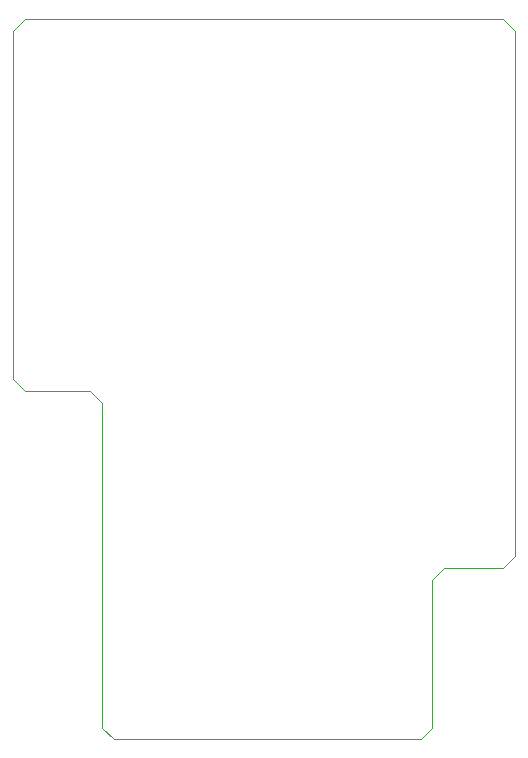
<source format=gm1>
G04 #@! TF.GenerationSoftware,KiCad,Pcbnew,(6.0.8-1)-1*
G04 #@! TF.CreationDate,2022-10-28T20:48:16+09:00*
G04 #@! TF.ProjectId,MEZZ8,4d455a5a-382e-46b6-9963-61645f706362,A*
G04 #@! TF.SameCoordinates,PX5f5e100PY8f0d180*
G04 #@! TF.FileFunction,Profile,NP*
%FSLAX46Y46*%
G04 Gerber Fmt 4.6, Leading zero omitted, Abs format (unit mm)*
G04 Created by KiCad (PCBNEW (6.0.8-1)-1) date 2022-10-28 20:48:16*
%MOMM*%
%LPD*%
G01*
G04 APERTURE LIST*
G04 #@! TA.AperFunction,Profile*
%ADD10C,0.100000*%
G04 #@! TD*
G04 APERTURE END LIST*
D10*
X42500000Y60000000D02*
X42500000Y15500000D01*
X41500000Y14500000D01*
X36500000Y14500000D01*
X35500000Y13500000D01*
X35500000Y1000000D01*
X34500000Y0D01*
X8500000Y0D01*
X7500000Y1000000D01*
X7500000Y28500000D01*
X6500000Y29500000D01*
X1000000Y29500000D01*
X0Y30500000D01*
X0Y60000000D01*
X1000000Y61000000D01*
X41500000Y61000000D01*
X42500000Y60000000D01*
M02*

</source>
